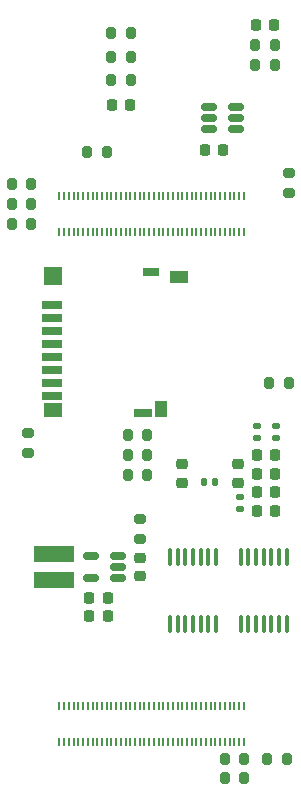
<source format=gbp>
%TF.GenerationSoftware,KiCad,Pcbnew,7.0.1*%
%TF.CreationDate,2023-04-26T14:08:09+02:00*%
%TF.ProjectId,radartof-hardware,72616461-7274-46f6-962d-686172647761,1.4*%
%TF.SameCoordinates,Original*%
%TF.FileFunction,Paste,Bot*%
%TF.FilePolarity,Positive*%
%FSLAX46Y46*%
G04 Gerber Fmt 4.6, Leading zero omitted, Abs format (unit mm)*
G04 Created by KiCad (PCBNEW 7.0.1) date 2023-04-26 14:08:09*
%MOMM*%
%LPD*%
G01*
G04 APERTURE LIST*
G04 Aperture macros list*
%AMRoundRect*
0 Rectangle with rounded corners*
0 $1 Rounding radius*
0 $2 $3 $4 $5 $6 $7 $8 $9 X,Y pos of 4 corners*
0 Add a 4 corners polygon primitive as box body*
4,1,4,$2,$3,$4,$5,$6,$7,$8,$9,$2,$3,0*
0 Add four circle primitives for the rounded corners*
1,1,$1+$1,$2,$3*
1,1,$1+$1,$4,$5*
1,1,$1+$1,$6,$7*
1,1,$1+$1,$8,$9*
0 Add four rect primitives between the rounded corners*
20,1,$1+$1,$2,$3,$4,$5,0*
20,1,$1+$1,$4,$5,$6,$7,0*
20,1,$1+$1,$6,$7,$8,$9,0*
20,1,$1+$1,$8,$9,$2,$3,0*%
G04 Aperture macros list end*
%ADD10RoundRect,0.225000X-0.225000X-0.250000X0.225000X-0.250000X0.225000X0.250000X-0.225000X0.250000X0*%
%ADD11RoundRect,0.140000X-0.170000X0.140000X-0.170000X-0.140000X0.170000X-0.140000X0.170000X0.140000X0*%
%ADD12RoundRect,0.200000X0.200000X0.275000X-0.200000X0.275000X-0.200000X-0.275000X0.200000X-0.275000X0*%
%ADD13RoundRect,0.200000X-0.275000X0.200000X-0.275000X-0.200000X0.275000X-0.200000X0.275000X0.200000X0*%
%ADD14RoundRect,0.225000X0.225000X0.250000X-0.225000X0.250000X-0.225000X-0.250000X0.225000X-0.250000X0*%
%ADD15RoundRect,0.100000X0.100000X-0.637500X0.100000X0.637500X-0.100000X0.637500X-0.100000X-0.637500X0*%
%ADD16RoundRect,0.200000X-0.200000X-0.275000X0.200000X-0.275000X0.200000X0.275000X-0.200000X0.275000X0*%
%ADD17RoundRect,0.150000X0.512500X0.150000X-0.512500X0.150000X-0.512500X-0.150000X0.512500X-0.150000X0*%
%ADD18R,1.750000X0.700000*%
%ADD19R,1.550000X1.000000*%
%ADD20R,1.000000X1.450000*%
%ADD21R,1.500000X0.800000*%
%ADD22R,1.500000X1.300000*%
%ADD23R,1.500000X1.500000*%
%ADD24R,1.400000X0.800000*%
%ADD25RoundRect,0.225000X0.250000X-0.225000X0.250000X0.225000X-0.250000X0.225000X-0.250000X-0.225000X0*%
%ADD26R,0.200000X0.700000*%
%ADD27RoundRect,0.225000X-0.250000X0.225000X-0.250000X-0.225000X0.250000X-0.225000X0.250000X0.225000X0*%
%ADD28RoundRect,0.147500X-0.172500X0.147500X-0.172500X-0.147500X0.172500X-0.147500X0.172500X0.147500X0*%
%ADD29R,3.400000X1.350000*%
%ADD30RoundRect,0.147500X-0.147500X-0.172500X0.147500X-0.172500X0.147500X0.172500X-0.147500X0.172500X0*%
%ADD31RoundRect,0.200000X0.275000X-0.200000X0.275000X0.200000X-0.275000X0.200000X-0.275000X-0.200000X0*%
G04 APERTURE END LIST*
D10*
%TO.C,C21*%
X158925000Y-104500000D03*
X160475000Y-104500000D03*
%TD*%
D11*
%TO.C,C20*%
X157500000Y-108120000D03*
X157500000Y-109080000D03*
%TD*%
D12*
%TO.C,R9*%
X148225000Y-72800000D03*
X146575000Y-72800000D03*
%TD*%
D13*
%TO.C,R24*%
X139500000Y-102675000D03*
X139500000Y-104325000D03*
%TD*%
D10*
%TO.C,C16*%
X158925000Y-106100000D03*
X160475000Y-106100000D03*
%TD*%
D14*
%TO.C,C54*%
X160375000Y-68100000D03*
X158825000Y-68100000D03*
%TD*%
D12*
%TO.C,R18*%
X148225000Y-70800000D03*
X146575000Y-70800000D03*
%TD*%
D10*
%TO.C,C48*%
X144725000Y-118200000D03*
X146275000Y-118200000D03*
%TD*%
D15*
%TO.C,U6*%
X161450000Y-118862500D03*
X160800000Y-118862500D03*
X160150000Y-118862500D03*
X159500000Y-118862500D03*
X158850000Y-118862500D03*
X158200000Y-118862500D03*
X157550000Y-118862500D03*
X157550000Y-113137500D03*
X158200000Y-113137500D03*
X158850000Y-113137500D03*
X159500000Y-113137500D03*
X160150000Y-113137500D03*
X160800000Y-113137500D03*
X161450000Y-113137500D03*
%TD*%
D16*
%TO.C,R16*%
X158775000Y-71500000D03*
X160425000Y-71500000D03*
%TD*%
%TO.C,R25*%
X156175000Y-131900000D03*
X157825000Y-131900000D03*
%TD*%
D14*
%TO.C,C34*%
X148175000Y-74900000D03*
X146625000Y-74900000D03*
%TD*%
%TO.C,C53*%
X156075000Y-78700000D03*
X154525000Y-78700000D03*
%TD*%
D17*
%TO.C,U11*%
X147137500Y-113050000D03*
X147137500Y-114000000D03*
X147137500Y-114950000D03*
X144862500Y-114950000D03*
X144862500Y-113050000D03*
%TD*%
D18*
%TO.C,J3*%
X141562500Y-91825000D03*
X141562500Y-92925000D03*
X141562500Y-94025000D03*
X141562500Y-95125000D03*
X141562500Y-96225000D03*
X141562500Y-97325000D03*
X141562500Y-98425000D03*
X141562500Y-99525000D03*
D19*
X152362500Y-89450000D03*
D20*
X150787500Y-100650000D03*
D21*
X149287500Y-100975000D03*
D22*
X141687500Y-100725000D03*
D23*
X141687500Y-89375000D03*
D24*
X149937500Y-89050000D03*
%TD*%
D25*
%TO.C,C18*%
X152600000Y-106875000D03*
X152600000Y-105325000D03*
%TD*%
D16*
%TO.C,R5*%
X138175000Y-85000000D03*
X139825000Y-85000000D03*
%TD*%
D10*
%TO.C,C47*%
X144725000Y-116600000D03*
X146275000Y-116600000D03*
%TD*%
D16*
%TO.C,R11*%
X147975000Y-106200000D03*
X149625000Y-106200000D03*
%TD*%
D26*
%TO.C,U1*%
X157800000Y-82580000D03*
X157800000Y-85660000D03*
X157400000Y-82580000D03*
X157400000Y-85660000D03*
X157000000Y-82580000D03*
X157000000Y-85660000D03*
X156600000Y-82580000D03*
X156600000Y-85660000D03*
X156200000Y-82580000D03*
X156200000Y-85660000D03*
X155800000Y-82580000D03*
X155800000Y-85660000D03*
X155400000Y-82580000D03*
X155400000Y-85660000D03*
X155000000Y-82580000D03*
X155000000Y-85660000D03*
X154600000Y-82580000D03*
X154600000Y-85660000D03*
X154200000Y-82580000D03*
X154200000Y-85660000D03*
X153800000Y-82580000D03*
X153800000Y-85660000D03*
X153400000Y-82580000D03*
X153400000Y-85660000D03*
X153000000Y-82580000D03*
X153000000Y-85660000D03*
X152600000Y-82580000D03*
X152600000Y-85660000D03*
X152200000Y-82580000D03*
X152200000Y-85660000D03*
X151800000Y-82580000D03*
X151800000Y-85660000D03*
X151400000Y-82580000D03*
X151400000Y-85660000D03*
X151000000Y-82580000D03*
X151000000Y-85660000D03*
X150600000Y-82580000D03*
X150600000Y-85660000D03*
X150200000Y-82580000D03*
X150200000Y-85660000D03*
X149800000Y-82580000D03*
X149800000Y-85660000D03*
X149400000Y-82580000D03*
X149400000Y-85660000D03*
X149000000Y-82580000D03*
X149000000Y-85660000D03*
X148600000Y-82580000D03*
X148600000Y-85660000D03*
X148200000Y-82580000D03*
X148200000Y-85660000D03*
X147800000Y-82580000D03*
X147800000Y-85660000D03*
X147400000Y-82580000D03*
X147400000Y-85660000D03*
X147000000Y-82580000D03*
X147000000Y-85660000D03*
X146600000Y-82580000D03*
X146600000Y-85660000D03*
X146200000Y-82580000D03*
X146200000Y-85660000D03*
X145800000Y-82580000D03*
X145800000Y-85660000D03*
X145400000Y-82580000D03*
X145400000Y-85660000D03*
X145000000Y-82580000D03*
X145000000Y-85660000D03*
X144600000Y-82580000D03*
X144600000Y-85660000D03*
X144200000Y-82580000D03*
X144200000Y-85660000D03*
X143800000Y-82580000D03*
X143800000Y-85660000D03*
X143400000Y-82580000D03*
X143400000Y-85660000D03*
X143000000Y-82580000D03*
X143000000Y-85660000D03*
X142600000Y-82580000D03*
X142600000Y-85660000D03*
X142200000Y-82580000D03*
X142200000Y-85660000D03*
X142200000Y-128840000D03*
X142200000Y-125760000D03*
X142600000Y-128840000D03*
X142600000Y-125760000D03*
X143000000Y-128840000D03*
X143000000Y-125760000D03*
X143400000Y-128840000D03*
X143400000Y-125760000D03*
X143800000Y-128840000D03*
X143800000Y-125760000D03*
X144200000Y-128840000D03*
X144200000Y-125760000D03*
X144600000Y-128840000D03*
X144600000Y-125760000D03*
X145000000Y-128840000D03*
X145000000Y-125760000D03*
X145400000Y-128840000D03*
X145400000Y-125760000D03*
X145800000Y-128840000D03*
X145800000Y-125760000D03*
X146200000Y-128840000D03*
X146200000Y-125760000D03*
X146600000Y-128840000D03*
X146600000Y-125760000D03*
X147000000Y-128840000D03*
X147000000Y-125760000D03*
X147400000Y-128840000D03*
X147400000Y-125760000D03*
X147800000Y-128840000D03*
X147800000Y-125760000D03*
X148200000Y-128840000D03*
X148200000Y-125760000D03*
X148600000Y-128840000D03*
X148600000Y-125760000D03*
X149000000Y-128840000D03*
X149000000Y-125760000D03*
X149400000Y-128840000D03*
X149400000Y-125760000D03*
X149800000Y-128840000D03*
X149800000Y-125760000D03*
X150200000Y-128840000D03*
X150200000Y-125760000D03*
X150600000Y-128840000D03*
X150600000Y-125760000D03*
X151000000Y-128840000D03*
X151000000Y-125760000D03*
X151400000Y-128840000D03*
X151400000Y-125760000D03*
X151800000Y-128840000D03*
X151800000Y-125760000D03*
X152200000Y-128840000D03*
X152200000Y-125760000D03*
X152600000Y-128840000D03*
X152600000Y-125760000D03*
X153000000Y-128840000D03*
X153000000Y-125760000D03*
X153400000Y-128840000D03*
X153400000Y-125760000D03*
X153800000Y-128840000D03*
X153800000Y-125760000D03*
X154200000Y-128840000D03*
X154200000Y-125760000D03*
X154600000Y-128840000D03*
X154600000Y-125760000D03*
X155000000Y-128840000D03*
X155000000Y-125760000D03*
X155400000Y-128840000D03*
X155400000Y-125760000D03*
X155800000Y-128840000D03*
X155800000Y-125760000D03*
X156200000Y-128840000D03*
X156200000Y-125760000D03*
X156600000Y-128840000D03*
X156600000Y-125760000D03*
X157000000Y-128840000D03*
X157000000Y-125760000D03*
X157400000Y-128840000D03*
X157400000Y-125760000D03*
X157800000Y-128840000D03*
X157800000Y-125760000D03*
%TD*%
D27*
%TO.C,C46*%
X149000000Y-113225000D03*
X149000000Y-114775000D03*
%TD*%
D12*
%TO.C,R20*%
X160425000Y-69800000D03*
X158775000Y-69800000D03*
%TD*%
D28*
%TO.C,L5*%
X160500000Y-102115000D03*
X160500000Y-103085000D03*
%TD*%
D29*
%TO.C,L8*%
X141700000Y-112925000D03*
X141700000Y-115075000D03*
%TD*%
D25*
%TO.C,C19*%
X157300000Y-106875000D03*
X157300000Y-105325000D03*
%TD*%
D16*
%TO.C,R10*%
X147975000Y-104500000D03*
X149625000Y-104500000D03*
%TD*%
D30*
%TO.C,L6*%
X154415000Y-106800000D03*
X155385000Y-106800000D03*
%TD*%
D13*
%TO.C,R22*%
X149000000Y-109975000D03*
X149000000Y-111625000D03*
%TD*%
D16*
%TO.C,R21*%
X144575000Y-78900000D03*
X146225000Y-78900000D03*
%TD*%
D10*
%TO.C,C14*%
X158925000Y-107700000D03*
X160475000Y-107700000D03*
%TD*%
D16*
%TO.C,R27*%
X159775000Y-130300000D03*
X161425000Y-130300000D03*
%TD*%
D17*
%TO.C,U12*%
X157137500Y-75050000D03*
X157137500Y-76000000D03*
X157137500Y-76950000D03*
X154862500Y-76950000D03*
X154862500Y-76000000D03*
X154862500Y-75050000D03*
%TD*%
D16*
%TO.C,R26*%
X156175000Y-130300000D03*
X157825000Y-130300000D03*
%TD*%
%TO.C,R23*%
X159975000Y-98400000D03*
X161625000Y-98400000D03*
%TD*%
D31*
%TO.C,R17*%
X161600000Y-82325000D03*
X161600000Y-80675000D03*
%TD*%
D15*
%TO.C,U3*%
X155450000Y-118862500D03*
X154800000Y-118862500D03*
X154150000Y-118862500D03*
X153500000Y-118862500D03*
X152850000Y-118862500D03*
X152200000Y-118862500D03*
X151550000Y-118862500D03*
X151550000Y-113137500D03*
X152200000Y-113137500D03*
X152850000Y-113137500D03*
X153500000Y-113137500D03*
X154150000Y-113137500D03*
X154800000Y-113137500D03*
X155450000Y-113137500D03*
%TD*%
D16*
%TO.C,R8*%
X147975000Y-102800000D03*
X149625000Y-102800000D03*
%TD*%
D12*
%TO.C,R19*%
X148225000Y-68800000D03*
X146575000Y-68800000D03*
%TD*%
%TO.C,R7*%
X139825000Y-81600000D03*
X138175000Y-81600000D03*
%TD*%
D10*
%TO.C,C2*%
X158925000Y-109300000D03*
X160475000Y-109300000D03*
%TD*%
D28*
%TO.C,L7*%
X158900000Y-102115000D03*
X158900000Y-103085000D03*
%TD*%
D16*
%TO.C,R4*%
X138175000Y-83300000D03*
X139825000Y-83300000D03*
%TD*%
M02*

</source>
